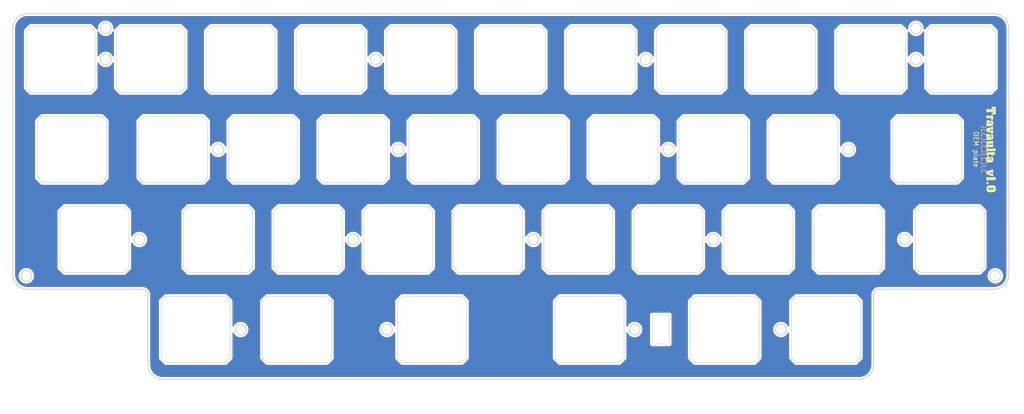
<source format=kicad_pcb>
(kicad_pcb (version 20240108) (generator "pcbnew") (generator_version "8.0")
  (layers (0 "F.Cu" signal) (31 "B.Cu" signal) (34 "B.Paste" user) (35 "F.Paste" user) (36 "B.SilkS" user "B.Silkscreen") (37 "F.SilkS" user "F.Silkscreen") (38 "B.Mask" user) (39 "F.Mask" user) (44 "Edge.Cuts" user))
  (net 0 "")
  (net 1 "GND")
  (footprint "cipulot_parts:ecs_plate_cut_1U" (layer "F.Cu") (at 215.9 114.3)
    (property "Reference" "REF**")
    (property "Value" "Value " (hide yes))
    (fp_line (start -7.3 -6) (end -7.3 6) (stroke (width 0.12)) (layer "Edge.Cuts"))
    (fp_line (start -7.3 6) (end -6.3 7) (stroke (width 0.12)) (layer "Edge.Cuts"))
    (fp_line (start -6.3 -7) (end -7.3 -6) (stroke (width 0.12)) (layer "Edge.Cuts"))
    (fp_line (start -6.3 7) (end 6.3 7) (stroke (width 0.12)) (layer "Edge.Cuts"))
    (fp_line (start 6.3 -7) (end -6.3 -7) (stroke (width 0.12)) (layer "Edge.Cuts"))
    (fp_line (start 6.3 -7) (end 7.3 -6) (stroke (width 0.12)) (layer "Edge.Cuts"))
    (fp_line (start 6.3 7) (end 7.3 6) (stroke (width 0.12)) (layer "Edge.Cuts"))
    (fp_line (start 7.3 6) (end 7.3 -6) (stroke (width 0.12)) (layer "Edge.Cuts"))
  )
  (footprint "cipulot_parts:ecs_plate_cut_1U" (layer "F.Cu") (at 220.6625 95.25)
    (property "Reference" "REF**")
    (property "Value" "Value " (hide yes))
    (fp_line (start -7.3 -6) (end -7.3 6) (stroke (width 0.12)) (layer "Edge.Cuts"))
    (fp_line (start -7.3 6) (end -6.3 7) (stroke (width 0.12)) (layer "Edge.Cuts"))
    (fp_line (start -6.3 -7) (end -7.3 -6) (stroke (width 0.12)) (layer "Edge.Cuts"))
    (fp_line (start -6.3 7) (end 6.3 7) (stroke (width 0.12)) (layer "Edge.Cuts"))
    (fp_line (start 6.3 -7) (end -6.3 -7) (stroke (width 0.12)) (layer "Edge.Cuts"))
    (fp_line (start 6.3 -7) (end 7.3 -6) (stroke (width 0.12)) (layer "Edge.Cuts"))
    (fp_line (start 6.3 7) (end 7.3 6) (stroke (width 0.12)) (layer "Edge.Cuts"))
    (fp_line (start 7.3 6) (end 7.3 -6) (stroke (width 0.12)) (layer "Edge.Cuts"))
  )
  (footprint "cipulot_parts:ecs_plate_cut_1U" (layer "F.Cu") (at 132.555 114.3)
    (property "Reference" "REF**")
    (property "Value" "Value " (hide yes))
    (fp_line (start -7.3 -6) (end -7.3 6) (stroke (width 0.12)) (layer "Edge.Cuts"))
    (fp_line (start -7.3 6) (end -6.3 7) (stroke (width 0.12)) (layer "Edge.Cuts"))
    (fp_line (start -6.3 -7) (end -7.3 -6) (stroke (width 0.12)) (layer "Edge.Cuts"))
    (fp_line (start -6.3 7) (end 6.3 7) (stroke (width 0.12)) (layer "Edge.Cuts"))
    (fp_line (start 6.3 -7) (end -6.3 -7) (stroke (width 0.12)) (layer "Edge.Cuts"))
    (fp_line (start 6.3 -7) (end 7.3 -6) (stroke (width 0.12)) (layer "Edge.Cuts"))
    (fp_line (start 6.3 7) (end 7.3 6) (stroke (width 0.12)) (layer "Edge.Cuts"))
    (fp_line (start 7.3 6) (end 7.3 -6) (stroke (width 0.12)) (layer "Edge.Cuts"))
  )
  (footprint "cipulot_parts:ecs_plate_cut_1U" (layer "F.Cu") (at 173.0375 76.2)
    (property "Reference" "REF**")
    (property "Value" "Value " (hide yes))
    (fp_line (start -7.3 -6) (end -7.3 6) (stroke (width 0.12)) (layer "Edge.Cuts"))
    (fp_line (start -7.3 6) (end -6.3 7) (stroke (width 0.12)) (layer "Edge.Cuts"))
    (fp_line (start -6.3 -7) (end -7.3 -6) (stroke (width 0.12)) (layer "Edge.Cuts"))
    (fp_line (start -6.3 7) (end 6.3 7) (stroke (width 0.12)) (layer "Edge.Cuts"))
    (fp_line (start 6.3 -7) (end -6.3 -7) (stroke (width 0.12)) (layer "Edge.Cuts"))
    (fp_line (start 6.3 -7) (end 7.3 -6) (stroke (width 0.12)) (layer "Edge.Cuts"))
    (fp_line (start 6.3 7) (end 7.3 6) (stroke (width 0.12)) (layer "Edge.Cuts"))
    (fp_line (start 7.3 6) (end 7.3 -6) (stroke (width 0.12)) (layer "Edge.Cuts"))
  )
  (footprint "cipulot_parts:ecs_plate_cut_1U" (layer "F.Cu") (at 103.98 114.3)
    (property "Reference" "REF**")
    (property "Value" "Value " (hide yes))
    (fp_line (start -7.3 -6) (end -7.3 6) (stroke (width 0.12)) (layer "Edge.Cuts"))
    (fp_line (start -7.3 6) (end -6.3 7) (stroke (width 0.12)) (layer "Edge.Cuts"))
    (fp_line (start -6.3 -7) (end -7.3 -6) (stroke (width 0.12)) (layer "Edge.Cuts"))
    (fp_line (start -6.3 7) (end 6.3 7) (stroke (width 0.12)) (layer "Edge.Cuts"))
    (fp_line (start 6.3 -7) (end -6.3 -7) (stroke (width 0.12)) (layer "Edge.Cuts"))
    (fp_line (start 6.3 -7) (end 7.3 -6) (stroke (width 0.12)) (layer "Edge.Cuts"))
    (fp_line (start 6.3 7) (end 7.3 6) (stroke (width 0.12)) (layer "Edge.Cuts"))
    (fp_line (start 7.3 6) (end 7.3 -6) (stroke (width 0.12)) (layer "Edge.Cuts"))
  )
  (footprint "cipulot_parts:ecs_plate_cut_1U" (layer "F.Cu") (at 115.8875 76.2)
    (property "Reference" "REF**")
    (property "Value" "Value " (hide yes))
    (fp_line (start -7.3 -6) (end -7.3 6) (stroke (width 0.12)) (layer "Edge.Cuts"))
    (fp_line (start -7.3 6) (end -6.3 7) (stroke (width 0.12)) (layer "Edge.Cuts"))
    (fp_line (start -6.3 -7) (end -7.3 -6) (stroke (width 0.12)) (layer "Edge.Cuts"))
    (fp_line (start -6.3 7) (end 6.3 7) (stroke (width 0.12)) (layer "Edge.Cuts"))
    (fp_line (start 6.3 -7) (end -6.3 -7) (stroke (width 0.12)) (layer "Edge.Cuts"))
    (fp_line (start 6.3 -7) (end 7.3 -6) (stroke (width 0.12)) (layer "Edge.Cuts"))
    (fp_line (start 6.3 7) (end 7.3 6) (stroke (width 0.12)) (layer "Edge.Cuts"))
    (fp_line (start 7.3 6) (end 7.3 -6) (stroke (width 0.12)) (layer "Edge.Cuts"))
  )
  (footprint "cipulot_parts:ecs_plate_cut_1U" (layer "F.Cu") (at 82.55 114.3)
    (property "Reference" "REF**")
    (property "Value" "Value " (hide yes))
    (fp_line (start -7.3 -6) (end -7.3 6) (stroke (width 0.12)) (layer "Edge.Cuts"))
    (fp_line (start -7.3 6) (end -6.3 7) (stroke (width 0.12)) (layer "Edge.Cuts"))
    (fp_line (start -6.3 -7) (end -7.3 -6) (stroke (width 0.12)) (layer "Edge.Cuts"))
    (fp_line (start -6.3 7) (end 6.3 7) (stroke (width 0.12)) (layer "Edge.Cuts"))
    (fp_line (start 6.3 -7) (end -6.3 -7) (stroke (width 0.12)) (layer "Edge.Cuts"))
    (fp_line (start 6.3 -7) (end 7.3 -6) (stroke (width 0.12)) (layer "Edge.Cuts"))
    (fp_line (start 6.3 7) (end 7.3 6) (stroke (width 0.12)) (layer "Edge.Cuts"))
    (fp_line (start 7.3 6) (end 7.3 -6) (stroke (width 0.12)) (layer "Edge.Cuts"))
  )
  (footprint "cipulot_parts:ecs_plate_cut_1U" (layer "F.Cu") (at 56.358 76.2)
    (property "Reference" "REF**")
    (property "Value" "Value " (hide yes))
    (fp_line (start -7.3 -6) (end -7.3 6) (stroke (width 0.12)) (layer "Edge.Cuts"))
    (fp_line (start -7.3 6) (end -6.3 7) (stroke (width 0.12)) (layer "Edge.Cuts"))
    (fp_line (start -6.3 -7) (end -7.3 -6) (stroke (width 0.12)) (layer "Edge.Cuts"))
    (fp_line (start -6.3 7) (end 6.3 7) (stroke (width 0.12)) (layer "Edge.Cuts"))
    (fp_line (start 6.3 -7) (end -6.3 -7) (stroke (width 0.12)) (layer "Edge.Cuts"))
    (fp_line (start 6.3 -7) (end 7.3 -6) (stroke (width 0.12)) (layer "Edge.Cuts"))
    (fp_line (start 6.3 7) (end 7.3 6) (stroke (width 0.12)) (layer "Edge.Cuts"))
    (fp_line (start 7.3 6) (end 7.3 -6) (stroke (width 0.12)) (layer "Edge.Cuts"))
  )
  (footprint "cipulot_parts:ecs_plate_cut_1U" (layer "F.Cu") (at 77.7875 76.2)
    (property "Reference" "REF**")
    (property "Value" "Value " (hide yes))
    (fp_line (start -7.3 -6) (end -7.3 6) (stroke (width 0.12)) (layer "Edge.Cuts"))
    (fp_line (start -7.3 6) (end -6.3 7) (stroke (width 0.12)) (layer "Edge.Cuts"))
    (fp_line (start -6.3 -7) (end -7.3 -6) (stroke (width 0.12)) (layer "Edge.Cuts"))
    (fp_line (start -6.3 7) (end 6.3 7) (stroke (width 0.12)) (layer "Edge.Cuts"))
    (fp_line (start 6.3 -7) (end -6.3 -7) (stroke (width 0.12)) (layer "Edge.Cuts"))
    (fp_line (start 6.3 -7) (end 7.3 -6) (stroke (width 0.12)) (layer "Edge.Cuts"))
    (fp_line (start 6.3 7) (end 7.3 6) (stroke (width 0.12)) (layer "Edge.Cuts"))
    (fp_line (start 7.3 6) (end 7.3 -6) (stroke (width 0.12)) (layer "Edge.Cuts"))
  )
  (footprint "cipulot_parts:ecs_plate_cut_1U" (layer "F.Cu") (at 237.33 76.2)
    (property "Reference" "REF**")
    (property "Value" "Value " (hide yes))
    (fp_line (start -7.3 -6) (end -7.3 6) (stroke (width 0.12)) (layer "Edge.Cuts"))
    (fp_line (start -7.3 6) (end -6.3 7) (stroke (width 0.12)) (layer "Edge.Cuts"))
    (fp_line (start -6.3 -7) (end -7.3 -6) (stroke (width 0.12)) (layer "Edge.Cuts"))
    (fp_line (start -6.3 7) (end 6.3 7) (stroke (width 0.12)) (layer "Edge.Cuts"))
    (fp_line (start 6.3 -7) (end -6.3 -7) (stroke (width 0.12)) (layer "Edge.Cuts"))
    (fp_line (start 6.3 -7) (end 7.3 -6) (stroke (width 0.12)) (layer "Edge.Cuts"))
    (fp_line (start 6.3 7) (end 7.3 6) (stroke (width 0.12)) (layer "Edge.Cuts"))
    (fp_line (start 7.3 6) (end 7.3 -6) (stroke (width 0.12)) (layer "Edge.Cuts"))
  )
  (footprint "cipulot_parts:ecs_plate_cut_1U" (layer "F.Cu") (at 130.175 57.15)
    (property "Reference" "REF**")
    (property "Value" "Value " (hide yes))
    (fp_line (start -7.3 -6) (end -7.3 6) (stroke (width 0.12)) (layer "Edge.Cuts"))
    (fp_line (start -7.3 6) (end -6.3 7) (stroke (width 0.12)) (layer "Edge.Cuts"))
    (fp_line (start -6.3 -7) (end -7.3 -6) (stroke (width 0.12)) (layer "Edge.Cuts"))
    (fp_line (start -6.3 7) (end 6.3 7) (stroke (width 0.12)) (layer "Edge.Cuts"))
    (fp_line (start 6.3 -7) (end -6.3 -7) (stroke (width 0.12)) (layer "Edge.Cuts"))
    (fp_line (start 6.3 -7) (end 7.3 -6) (stroke (width 0.12)) (layer "Edge.Cuts"))
    (fp_line (start 6.3 7) (end 7.3 6) (stroke (width 0.12)) (layer "Edge.Cuts"))
    (fp_line (start 7.3 6) (end 7.3 -6) (stroke (width 0.12)) (layer "Edge.Cuts"))
  )
  (footprint "cipulot_parts:ecs_plate_cut_1U" (layer "F.Cu") (at 165.892 114.3)
    (property "Reference" "REF**")
    (property "Value" "Value " (hide yes))
    (fp_line (start -7.3 -6) (end -7.3 6) (stroke (width 0.12)) (layer "Edge.Cuts"))
    (fp_line (start -7.3 6) (end -6.3 7) (stroke (width 0.12)) (layer "Edge.Cuts"))
    (fp_line (start -6.3 -7) (end -7.3 -6) (stroke (width 0.12)) (layer "Edge.Cuts"))
    (fp_line (start -6.3 7) (end 6.3 7) (stroke (width 0.12)) (layer "Edge.Cuts"))
    (fp_line (start 6.3 -7) (end -6.3 -7) (stroke (width 0.12)) (layer "Edge.Cuts"))
    (fp_line (start 6.3 -7) (end 7.3 -6) (stroke (width 0.12)) (layer "Edge.Cuts"))
    (fp_line (start 6.3 7) (end 7.3 6) (stroke (width 0.12)) (layer "Edge.Cuts"))
    (fp_line (start 7.3 6) (end 7.3 -6) (stroke (width 0.12)) (layer "Edge.Cuts"))
  )
  (footprint "cipulot_parts:ecs_plate_cut_1U" (layer "F.Cu") (at 201.6125 95.25)
    (property "Reference" "REF**")
    (property "Value" "Value " (hide yes))
    (fp_line (start -7.3 -6) (end -7.3 6) (stroke (width 0.12)) (layer "Edge.Cuts"))
    (fp_line (start -7.3 6) (end -6.3 7) (stroke (width 0.12)) (layer "Edge.Cuts"))
    (fp_line (start -6.3 -7) (end -7.3 -6) (stroke (width 0.12)) (layer "Edge.Cuts"))
    (fp_line (start -6.3 7) (end 6.3 7) (stroke (width 0.12)) (layer "Edge.Cuts"))
    (fp_line (start 6.3 -7) (end -6.3 -7) (stroke (width 0.12)) (layer "Edge.Cuts"))
    (fp_line (start 6.3 -7) (end 7.3 -6) (stroke (width 0.12)) (layer "Edge.Cuts"))
    (fp_line (start 6.3 7) (end 7.3 6) (stroke (width 0.12)) (layer "Edge.Cuts"))
    (fp_line (start 7.3 6) (end 7.3 -6) (stroke (width 0.12)) (layer "Edge.Cuts"))
  )
  (footprint "cipulot_parts:ecs_plate_cut_1U" (layer "F.Cu") (at 225.425 57.15)
    (property "Reference" "REF**")
    (property "Value" "Value " (hide yes))
    (fp_line (start -7.3 -6) (end -7.3 6) (stroke (width 0.12)) (layer "Edge.Cuts"))
    (fp_line (start -7.3 6) (end -6.3 7) (stroke (width 0.12)) (layer "Edge.Cuts"))
    (fp_line (start -6.3 -7) (end -7.3 -6) (stroke (width 0.12)) (layer "Edge.Cuts"))
    (fp_line (start -6.3 7) (end 6.3 7) (stroke (width 0.12)) (layer "Edge.Cuts"))
    (fp_line (start 6.3 -7) (end -6.3 -7) (stroke (width 0.12)) (layer "Edge.Cuts"))
    (fp_line (start 6.3 -7) (end 7.3 -6) (stroke (width 0.12)) (layer "Edge.Cuts"))
    (fp_line (start 6.3 7) (end 7.3 6) (stroke (width 0.12)) (layer "Edge.Cuts"))
    (fp_line (start 7.3 6) (end 7.3 -6) (stroke (width 0.12)) (layer "Edge.Cuts"))
  )
  (footprint "cipulot_parts:ecs_plate_cut_1U" (layer "F.Cu") (at 87.3125 95.25)
    (property "Reference" "REF**")
    (property "Value" "Value " (hide yes))
    (fp_line (start -7.3 -6) (end -7.3 6) (stroke (width 0.12)) (layer "Edge.Cuts"))
    (fp_line (start -7.3 6) (end -6.3 7) (stroke (width 0.12)) (layer "Edge.Cuts"))
    (fp_line (start -6.3 -7) (end -7.3 -6) (stroke (width 0.12)) (layer "Edge.Cuts"))
    (fp_line (start -6.3 7) (end 6.3 7) (stroke (width 0.12)) (layer "Edge.Cuts"))
    (fp_line (start 6.3 -7) (end -6.3 -7) (stroke (width 0.12)) (layer "Edge.Cuts"))
    (fp_line (start 6.3 -7) (end 7.3 -6) (stroke (width 0.12)) (layer "Edge.Cuts"))
    (fp_line (start 6.3 7) (end 7.3 6) (stroke (width 0.12)) (layer "Edge.Cuts"))
    (fp_line (start 7.3 6) (end 7.3 -6) (stroke (width 0.12)) (layer "Edge.Cuts"))
  )
  (footprint "cipulot_parts:ecs_plate_cut_1U" (layer "F.Cu") (at 168.275 57.15)
    (property "Reference" "REF**")
    (property "Value" "Value " (hide yes))
    (fp_line (start -7.3 -6) (end -7.3 6) (stroke (width 0.12)) (layer "Edge.Cuts"))
    (fp_line (start -7.3 6) (end -6.3 7) (stroke (width 0.12)) (layer "Edge.Cuts"))
    (fp_line (start -6.3 -7) (end -7.3 -6) (stroke (width 0.12)) (layer "Edge.Cuts"))
    (fp_line (start -6.3 7) (end 6.3 7) (stroke (width 0.12)) (layer "Edge.Cuts"))
    (fp_line (start 6.3 -7) (end -6.3 -7) (stroke (width 0.12)) (layer "Edge.Cuts"))
    (fp_line (start 6.3 -7) (end 7.3 -6) (stroke (width 0.12)) (layer "Edge.Cuts"))
    (fp_line (start 6.3 7) (end 7.3 6) (stroke (width 0.12)) (layer "Edge.Cuts"))
    (fp_line (start 7.3 6) (end 7.3 -6) (stroke (width 0.12)) (layer "Edge.Cuts"))
  )
  (footprint "cipulot_parts:ecs_plate_cut_1U" (layer "F.Cu") (at 144.4625 95.25)
    (property "Reference" "REF**")
    (property "Value" "Value " (hide yes))
    (fp_line (start -7.3 -6) (end -7.3 6) (stroke (width 0.12)) (layer "Edge.Cuts"))
    (fp_line (start -7.3 6) (end -6.3 7) (stroke (width 0.12)) (layer "Edge.Cuts"))
    (fp_line (start -6.3 -7) (end -7.3 -6) (stroke (width 0.12)) (layer "Edge.Cuts"))
    (fp_line (start -6.3 7) (end 6.3 7) (stroke (width 0.12)) (layer "Edge.Cuts"))
    (fp_line (start 6.3 -7) (end -6.3 -7) (stroke (width 0.12)) (layer "Edge.Cuts"))
    (fp_line (start 6.3 -7) (end 7.3 -6) (stroke (width 0.12)) (layer "Edge.Cuts"))
    (fp_line (start 6.3 7) (end 7.3 6) (stroke (width 0.12)) (layer "Edge.Cuts"))
    (fp_line (start 7.3 6) (end 7.3 -6) (stroke (width 0.12)) (layer "Edge.Cuts"))
  )
  (footprint "cipulot_parts:ecs_plate_cut_1U" (layer "F.Cu") (at 125.4125 95.25)
    (property "Reference" "REF**")
    (property "Value" "Value " (hide yes))
    (fp_line (start -7.3 -6) (end -7.3 6) (stroke (width 0.12)) (layer "Edge.Cuts"))
    (fp_line (start -7.3 6) (end -6.3 7) (stroke (width 0.12)) (layer "Edge.Cuts"))
    (fp_line (start -6.3 -7) (end -7.3 -6) (stroke (width 0.12)) (layer "Edge.Cuts"))
    (fp_line (start -6.3 7) (end 6.3 7) (stroke (width 0.12)) (layer "Edge.Cuts"))
    (fp_line (start 6.3 -7) (end -6.3 -7) (stroke (width 0.12)) (layer "Edge.Cuts"))
    (fp_line (start 6.3 -7) (end 7.3 -6) (stroke (width 0.12)) (layer "Edge.Cuts"))
    (fp_line (start 6.3 7) (end 7.3 6) (stroke (width 0.12)) (layer "Edge.Cuts"))
    (fp_line (start 7.3 6) (end 7.3 -6) (stroke (width 0.12)) (layer "Edge.Cuts"))
  )
  (footprint "cipulot_parts:ecs_plate_cut_1U" (layer "F.Cu") (at 53.975 57.15)
    (property "Reference" "REF**")
    (property "Value" "Value " (hide yes))
    (fp_line (start -7.3 -6) (end -7.3 6) (stroke (width 0.12)) (layer "Edge.Cuts"))
    (fp_line (start -7.3 6) (end -6.3 7) (stroke (width 0.12)) (layer "Edge.Cuts"))
    (fp_line (start -6.3 -7) (end -7.3 -6) (stroke (width 0.12)) (layer "Edge.Cuts"))
    (fp_line (start -6.3 7) (end 6.3 7) (stroke (width 0.12)) (layer "Edge.Cuts"))
    (fp_line (start 6.3 -7) (end -6.3 -7) (stroke (width 0.12)) (layer "Edge.Cuts"))
    (fp_line (start 6.3 -7) (end 7.3 -6) (stroke (width 0.12)) (layer "Edge.Cuts"))
    (fp_line (start 6.3 7) (end 7.3 6) (stroke (width 0.12)) (layer "Edge.Cuts"))
    (fp_line (start 7.3 6) (end 7.3 -6) (stroke (width 0.12)) (layer "Edge.Cuts"))
  )
  (footprint "cipulot_parts:ecs_plate_cut_1U" (layer "F.Cu") (at 211.1375 76.2)
    (property "Reference" "REF**")
    (property "Value" "Value " (hide yes))
    (fp_line (start -7.3 -6) (end -7.3 6) (stroke (width 0.12)) (layer "Edge.Cuts"))
    (fp_line (start -7.3 6) (end -6.3 7) (stroke (width 0.12)) (layer "Edge.Cuts"))
    (fp_line (start -6.3 -7) (end -7.3 -6) (stroke (width 0.12)) (layer "Edge.Cuts"))
    (fp_line (start -6.3 7) (end 6.3 7) (stroke (width 0.12)) (layer "Edge.Cuts"))
    (fp_line (start 6.3 -7) (end -6.3 -7) (stroke (width 0.12)) (layer "Edge.Cuts"))
    (fp_line (start 6.3 -7) (end 7.3 -6) (stroke (width 0.12)) (layer "Edge.Cuts"))
    (fp_line (start 6.3 7) (end 7.3 6) (stroke (width 0.12)) (layer "Edge.Cuts"))
    (fp_line (start 7.3 6) (end 7.3 -6) (stroke (width 0.12)) (layer "Edge.Cuts"))
  )
  (footprint "cipulot_parts:ecs_plate_cut_1U" (layer "F.Cu") (at 96.8375 76.2)
    (property "Reference" "REF**")
    (property "Value" "Value " (hide yes))
    (fp_line (start -7.3 -6) (end -7.3 6) (stroke (width 0.12)) (layer "Edge.Cuts"))
    (fp_line (start -7.3 6) (end -6.3 7) (stroke (width 0.12)) (layer "Edge.Cuts"))
    (fp_line (start -6.3 -7) (end -7.3 -6) (stroke (width 0.12)) (layer "Edge.Cuts"))
    (fp_line (start -6.3 7) (end 6.3 7) (stroke (width 0.12)) (layer "Edge.Cuts"))
    (fp_line (start 6.3 -7) (end -6.3 -7) (stroke (width 0.12)) (layer "Edge.Cuts"))
    (fp_line (start 6.3 -7) (end 7.3 -6) (stroke (width 0.12)) (layer "Edge.Cuts"))
    (fp_line (start 6.3 7) (end 7.3 6) (stroke (width 0.12)) (layer "Edge.Cuts"))
    (fp_line (start 7.3 6) (end 7.3 -6) (stroke (width 0.12)) (layer "Edge.Cuts"))
  )
  (footprint "cipulot_parts:ecs_plate_cut_1U" (layer "F.Cu") (at 163.5125 95.25)
    (property "Reference" "REF**")
    (property "Value" "Value " (hide yes))
    (fp_line (start -7.3 -6) (end -7.3 6) (stroke (width 0.12)) (layer "Edge.Cuts"))
    (fp_line (start -7.3 6) (end -6.3 7) (stroke (width 0.12)) (layer "Edge.Cuts"))
    (fp_line (start -6.3 -7) (end -7.3 -6) (stroke (width 0.12)) (layer "Edge.Cuts"))
    (fp_line (start -6.3 7) (end 6.3 7) (stroke (width 0.12)) (layer "Edge.Cuts"))
    (fp_line (start 6.3 -7) (end -6.3 -7) (stroke (width 0.12)) (layer "Edge.Cuts"))
    (fp_line (start 6.3 -7) (end 7.3 -6) (stroke (width 0.12)) (layer "Edge.Cuts"))
    (fp_line (start 6.3 7) (end 7.3 6) (stroke (width 0.12)) (layer "Edge.Cuts"))
    (fp_line (start 7.3 6) (end 7.3 -6) (stroke (width 0.12)) (layer "Edge.Cuts"))
  )
  (footprint "cipulot_parts:ecs_plate_cut_1U" (layer "F.Cu") (at 192.0875 76.2)
    (property "Reference" "REF**")
    (property "Value" "Value " (hide yes))
    (fp_line (start -7.3 -6) (end -7.3 6) (stroke (width 0.12)) (layer "Edge.Cuts"))
    (fp_line (start -7.3 6) (end -6.3 7) (stroke (width 0.12)) (layer "Edge.Cuts"))
    (fp_line (start -6.3 -7) (end -7.3 -6) (stroke (width 0.12)) (layer "Edge.Cuts"))
    (fp_line (start -6.3 7) (end 6.3 7) (stroke (width 0.12)) (layer "Edge.Cuts"))
    (fp_line (start 6.3 -7) (end -6.3 -7) (stroke (width 0.12)) (layer "Edge.Cuts"))
    (fp_line (start 6.3 -7) (end 7.3 -6) (stroke (width 0.12)) (layer "Edge.Cuts"))
    (fp_line (start 6.3 7) (end 7.3 6) (stroke (width 0.12)) (layer "Edge.Cuts"))
    (fp_line (start 7.3 6) (end 7.3 -6) (stroke (width 0.12)) (layer "Edge.Cuts"))
  )
  (footprint "cipulot_parts:ecs_plate_cut_1U" (layer "F.Cu") (at 111.125 57.15)
    (property "Reference" "REF**")
    (property "Value" "Value " (hide yes))
    (fp_line (start -7.3 -6) (end -7.3 6) (stroke (width 0.12)) (layer "Edge.Cuts"))
    (fp_line (start -7.3 6) (end -6.3 7) (stroke (width 0.12)) (layer "Edge.Cuts"))
    (fp_line (start -6.3 -7) (end -7.3 -6) (stroke (width 0.12)) (layer "Edge.Cuts"))
    (fp_line (start -6.3 7) (end 6.3 7) (stroke (width 0.12)) (layer "Edge.Cuts"))
    (fp_line (start 6.3 -7) (end -6.3 -7) (stroke (width 0.12)) (layer "Edge.Cuts"))
    (fp_line (start 6.3 -7) (end 7.3 -6) (stroke (width 0.12)) (layer "Edge.Cuts"))
    (fp_line (start 6.3 7) (end 7.3 6) (stroke (width 0.12)) (layer "Edge.Cuts"))
    (fp_line (start 7.3 6) (end 7.3 -6) (stroke (width 0.12)) (layer "Edge.Cuts"))
  )
  (footprint "cipulot_parts:ecs_plate_cut_1U" (layer "F.Cu") (at 182.5625 95.25)
    (property "Reference" "REF**")
    (property "Value" "Value " (hide yes))
    (fp_line (start -7.3 -6) (end -7.3 6) (stroke (width 0.12)) (layer "Edge.Cuts"))
    (fp_line (start -7.3 6) (end -6.3 7) (stroke (width 0.12)) (layer "Edge.Cuts"))
    (fp_line (start -6.3 -7) (end -7.3 -6) (stroke (width 0.12)) (layer "Edge.Cuts"))
    (fp_line (start -6.3 7) (end 6.3 7) (stroke (width 0.12)) (layer "Edge.Cuts"))
    (fp_line (start 6.3 -7) (end -6.3 -7) (stroke (width 0.12)) (layer "Edge.Cuts"))
    (fp_line (start 6.3 -7) (end 7.3 -6) (stroke (width 0.12)) (layer "Edge.Cuts"))
    (fp_line (start 6.3 7) (end 7.3 6) (stroke (width 0.12)) (layer "Edge.Cuts"))
    (fp_line (start 7.3 6) (end 7.3 -6) (stroke (width 0.12)) (layer "Edge.Cuts"))
  )
  (footprint "cipulot_parts:ecs_plate_cut_1U" (layer "F.Cu") (at 187.325 57.15)
    (property "Reference" "REF**")
    (property "Value" "Value " (hide yes))
    (fp_line (start -7.3 -6) (end -7.3 6) (stroke (width 0.12)) (layer "Edge.Cuts"))
    (fp_line (start -7.3 6) (end -6.3 7) (stroke (width 0.12)) (layer "Edge.Cuts"))
    (fp_line (start -6.3 -7) (end -7.3 -6) (stroke (width 0.12)) (layer "Edge.Cuts"))
    (fp_line (start -6.3 7) (end 6.3 7) (stroke (width 0.12)) (layer "Edge.Cuts"))
    (fp_line (start 6.3 -7) (end -6.3 -7) (stroke (width 0.12)) (layer "Edge.Cuts"))
    (fp_line (start 6.3 -7) (end 7.3 -6) (stroke (width 0.12)) (layer "Edge.Cuts"))
    (fp_line (start 6.3 7) (end 7.3 6) (stroke (width 0.12)) (layer "Edge.Cuts"))
    (fp_line (start 7.3 6) (end 7.3 -6) (stroke (width 0.12)) (layer "Edge.Cuts"))
  )
  (footprint "LOGO" (layer "F.Cu") (at 250.825 76.2 -90)
    (property "Reference" "G***" (hide yes))
    (property "Value" "LOGO" (hide yes))
    (fp_poly (pts (xy 7.18818 0.488735) (xy 7.290086 0.556518) (xy 7.361374 0.666908) (xy 7.373037 0.783493) (xy 7.327267 0.889887) (xy 7.235397 0.965165) (xy 7.154577 1.002165) (xy 7.09726 1.00849) (xy 7.034887 0.990653) (xy 6.932052 0.922456) (xy 6.873471 0.821715) (xy 6.862578 0.707617) (xy 6.902806 0.599352) (xy 6.954894 0.5436) (xy 7.073797 0.482596)) (fill solid) (layer "F.SilkS"))
    (fp_poly (pts (xy 0.344385 -0.204556) (xy 0.349374 0.070612) (xy 0.356045 0.283452) (xy 0.36474 0.439266) (xy 0.375803 0.543356) (xy 0.389577 0.601025) (xy 0.397403 0.613926) (xy 0.422556 0.671113) (xy 0.437694 0.767422) (xy 0.43968 0.818482) (xy 0.43968 0.980825) (xy 0.101465 0.980825) (xy -0.236751 0.980825) (xy -0.236751 0.813713) (xy -0.230433 0.712848) (xy -0.214343 0.642604) (xy -0.20293 0.625699) (xy -0.190524 0.584742) (xy -0.180589 0.483371) (xy -0.173514 0.328781) (xy -0.169687 0.128169) (xy -0.169108 0) (xy -0.17097 -0.222988) (xy -0.176295 -0.403936) (xy -0.184696 -0.535648) (xy -0.195782 -0.610928) (xy -0.20293 -0.625699) (xy -0.222553 -0.669043) (xy -0.234757 -0.756087) (xy -0.236751 -0.813714) (xy -0.236751 -0.980826) (xy 0.048446 -0.980826) (xy 0.333643 -0.980826)) (fill solid) (layer "F.SilkS"))
    (fp_poly (pts (xy 6.493742 -0.204926) (xy 6.495204 0.057778) (xy 6.499446 0.273899) (xy 6.506247 0.438272) (xy 6.51539 0.545737) (xy 6.526654 0.591128) (xy 6.527563 0.591877) (xy 6.546377 0.634814) (xy 6.558656 0.722902) (xy 6.561385 0.796803) (xy 6.561385 0.980825) (xy 6.189347 0.980825) (xy 5.81731 0.980825) (xy 5.81731 0.796803) (xy 5.823065 0.690882) (xy 5.837859 0.614926) (xy 5.851132 0.591877) (xy 5.86365 0.550889) (xy 5.873655 0.449759) (xy 5.880733 0.295955) (xy 5.884469 0.096945) (xy 5.884953 -0.016911) (xy 5.88304 -0.235681) (xy 5.877578 -0.41297) (xy 5.868981 -0.541312) (xy 5.857665 -0.613236) (xy 5.851132 -0.625699) (xy 5.831508 -0.669043) (xy 5.819304 -0.756087) (xy 5.81731 -0.813714) (xy 5.81731 -0.980826) (xy 6.155526 -0.980826) (xy 6.493742 -0.980826)) (fill solid) (layer "F.SilkS"))
    (fp_poly (pts (xy -6.362436 -0.503151) (xy -6.339437 -0.481165) (xy -6.328352 -0.427167) (xy -6.324871 -0.32696) (xy -6.324634 -0.253662) (xy -6.324634 0) (xy -6.417643 0.001075) (xy -6.530845 0.022427) (xy -6.604735 0.088414) (xy -6.64569 0.206616) (xy -6.655505 0.283926) (xy -6.653599 0.45236) (xy -6.616062 0.577222) (xy -6.580475 0.684183) (xy -6.56208 0.80907) (xy -6.561385 0.833824) (xy -6.561385 0.980825) (xy -6.885694 0.980825) (xy -7.210003 0.980825) (xy -7.187784 0.76944) (xy -7.177233 0.632305) (xy -7.169395 0.460416) (xy -7.165687 0.28665) (xy -7.165566 0.253661) (xy -7.168248 0.083587) (xy -7.175352 -0.091375) (xy -7.185461 -0.238347) (xy -7.187784 -0.262118) (xy -7.210003 -0.473502) (xy -6.939245 -0.473502) (xy -6.77933 -0.468323) (xy -6.683995 -0.452908) (xy -6.655094 -0.433325) (xy -6.626534 -0.41578) (xy -6.563113 -0.448205) (xy -6.560196 -0.450235) (xy -6.473193 -0.492936) (xy -6.401662 -0.507324)) (fill solid) (layer "F.SilkS"))
    (fp_poly (pts (xy -4.170704 -0.229438) (xy -4.17522 -0.069316) (xy -4.164602 0.089222) (xy -4.14146 0.226941) (xy -4.108404 0.324608) (xy -4.092209 0.349038) (xy -4.072025 0.333416) (xy -4.042283 0.266213) (xy -4.00917 0.161634) (xy -4.006862 0.153191) (xy -3.975435 0.022265) (xy -3.967172 -0.059076) (xy -3.980973 -0.104387) (xy -3.985554 -0.109602) (xy -4.008844 -0.164842) (xy -4.022894 -0.25981) (xy -4.024767 -0.311159) (xy -4.024767 -0.473502) (xy -3.720373 -0.473502) (xy -3.415979 -0.473502) (xy -3.415979 -0.320115) (xy -3.426334 -0.208114) (xy -3.452236 -0.113411) (xy -3.463199 -0.09182) (xy -3.489008 -0.03386) (xy -3.528561 0.075747) (xy -3.577323 0.22352) (xy -3.630757 0.395981) (xy -3.656261 0.481957) (xy -3.802104 0.980825) (xy -4.114369 0.980825) (xy -4.252317 0.978256) (xy -4.362326 0.971366) (xy -4.428603 0.961384) (xy -4.440499 0.955459) (xy -4.454099 0.915692) (xy -4.482534 0.822604) (xy -4.522303 0.687984) (xy -4.569903 0.52362) (xy -4.598733 0.422769) (xy -4.650283 0.246079) (xy -4.697652 0.09192) (xy -4.736959 -0.027686) (xy -4.764323 -0.100718) (xy -4.772883 -0.116685) (xy -4.7905 -0.167358) (xy -4.801185 -0.259162) (xy -4.802663 -0.311159) (xy -4.802663 -0.473502) (xy -4.476453 -0.473502) (xy -4.150243 -0.473502)) (fill solid) (layer "F.SilkS"))
    (fp_poly (pts (xy 4.893477 -0.229438) (xy 4.888961 -0.069316) (xy 4.899579 0.089222) (xy 4.922721 0.226941) (xy 4.955777 0.324608) (xy 4.971973 0.349038) (xy 4.992156 0.333416) (xy 5.021899 0.266213) (xy 5.055011 0.161634) (xy 5.05732 0.153191) (xy 5.088746 0.022265) (xy 5.097009 -0.059076) (xy 5.083208 -0.104387) (xy 5.078627 -0.109602) (xy 5.055337 -0.164842) (xy 5.041287 -0.25981) (xy 5.039414 -0.311159) (xy 5.039414 -0.473502) (xy 5.343808 -0.473502) (xy 5.648202 -0.473502) (xy 5.648202 -0.320115) (xy 5.637847 -0.208114) (xy 5.611945 -0.113411) (xy 5.600982 -0.09182) (xy 5.575173 -0.03386) (xy 5.53562 0.075747) (xy 5.486858 0.22352) (xy 5.433424 0.395981) (xy 5.40792 0.481957) (xy 5.262078 0.980825) (xy 4.949812 0.980825) (xy 4.811864 0.978256) (xy 4.701855 0.971366) (xy 4.635578 0.961384) (xy 4.623683 0.955459) (xy 4.610082 0.915692) (xy 4.581647 0.822604) (xy 4.541878 0.687984) (xy 4.494278 0.52362) (xy 4.465448 0.422769) (xy 4.413898 0.246079) (xy 4.366529 0.09192) (xy 4.327222 -0.027686) (xy 4.299858 -0.100718) (xy 4.291298 -0.116685) (xy 4.273681 -0.167358) (xy 4.262996 -0.259162) (xy 4.261518 -0.311159) (xy 4.261518 -0.473502) (xy 4.587728 -0.473502) (xy 4.913938 -0.473502)) (fill solid) (layer "F.SilkS"))
    (fp_poly (pts (xy -7.373103 -0.574967) (xy -7.373103 -0.135287) (xy -7.591329 -0.135287) (xy -7.809555 -0.135287) (xy -7.819625 -0.343987) (xy -7.832451 -0.471436) (xy -7.85487 -0.548763) (xy -7.871971 -0.566646) (xy -7.886475 -0.54025) (xy -7.898249 -0.459287) (xy -7.907199 -0.336785) (xy -7.913229 -0.185769) (xy -7.916244 -0.019265) (xy -7.91615 0.149701) (xy -7.912851 0.308104) (xy -7.906252 0.442916) (xy -7.896259 0.541113) (xy -7.882775 0.589669) (xy -7.880426 0.591877) (xy -7.861613 0.634814) (xy -7.849333 0.722902) (xy -7.846605 0.796803) (xy -7.846605 0.980825) (xy -8.218642 0.980825) (xy -8.590679 0.980825) (xy -8.590679 0.796803) (xy -8.584925 0.690882) (xy -8.57013 0.614926) (xy -8.556858 0.591877) (xy -8.544238 0.550862) (xy -8.534169 0.44996) (xy -8.52709 0.296893) (xy -8.523442 0.099384) (xy -8.523036 -0.001996) (xy -8.523812 -0.21463) (xy -8.526665 -0.368537) (xy -8.532383 -0.472619) (xy -8.541756 -0.535781) (xy -8.55557 -0.566926) (xy -8.573768 -0.574967) (xy -8.602225 -0.56029) (xy -8.618041 -0.507848) (xy -8.624129 -0.40502) (xy -8.624501 -0.355127) (xy -8.624501 -0.135287) (xy -8.844341 -0.135287) (xy -9.064181 -0.135287) (xy -9.064181 -0.574967) (xy -9.064181 -1.014648) (xy -8.218642 -1.014648) (xy -7.373103 -1.014648)) (fill solid) (layer "F.SilkS"))
    (fp_poly (pts (xy 1.104128 -0.848823) (xy 1.113319 -0.768762) (xy 1.116112 -0.676432) (xy 1.116112 -0.473502) (xy 1.217576 -0.473502) (xy 1.277641 -0.469808) (xy 1.307593 -0.447091) (xy 1.317902 -0.387904) (xy 1.319041 -0.304395) (xy 1.316824 -0.204287) (xy 1.303195 -0.154367) (xy 1.267682 -0.137186) (xy 1.217576 -0.135287) (xy 1.116112 -0.135287) (xy 1.116112 0.178493) (xy 1.124649 0.383409) (xy 1.151091 0.526523) (xy 1.196687 0.611591) (xy 1.262684 0.642372) (xy 1.270227 0.642609) (xy 1.303255 0.66542) (xy 1.317722 0.740399) (xy 1.319041 0.790862) (xy 1.31347 0.887031) (xy 1.290583 0.936565) (xy 1.242943 0.959508) (xy 1.139772 0.974519) (xy 1.010257 0.977325) (xy 0.885307 0.968662) (xy 0.795831 0.949266) (xy 0.794807 0.948852) (xy 0.721669 0.902995) (xy 0.659521 0.846026) (xy 0.631429 0.807335) (xy 0.611546 0.755863) (xy 0.597996 0.679135) (xy 0.588903 0.564676) (xy 0.582392 0.40001) (xy 0.580104 0.317799) (xy 0.573646 0.151588) (xy 0.56418 0.012777) (xy 0.55286 -0.086262) (xy 0.540839 -0.133159) (xy 0.537827 -0.135287) (xy 0.520425 -0.16571) (xy 0.509381 -0.243497) (xy 0.507323 -0.304395) (xy 0.513407 -0.400861) (xy 0.528962 -0.46209) (xy 0.541145 -0.473502) (xy 0.561667 -0.503654) (xy 0.573675 -0.57961) (xy 0.574967 -0.619515) (xy 0.574967 -0.765528) (xy 0.820173 -0.822878) (xy 0.942125 -0.850599) (xy 1.037653 -0.870826) (xy 1.088333 -0.879682) (xy 1.090746 -0.879795)) (fill solid) (layer "F.SilkS"))
    (fp_poly (pts (xy -1.397027 -0.470987) (xy -1.306141 -0.461927) (xy -1.256921 -0.444052) (xy -1.238106 -0.420004) (xy -1.230088 -0.366638) (xy -1.223455 -0.260959) (xy -1.2189 -0.118293) (xy -1.217115 0.045043) (xy -1.215481 0.253876) (xy -1.209785 0.404373) (xy -1.19802 0.505811) (xy -1.178182 0.567466) (xy -1.148266 0.598615) (xy -1.106266 0.608534) (xy -1.095257 0.608788) (xy -1.059306 0.606421) (xy -1.036038 0.591262) (xy -1.022693 0.551229) (xy -1.016515 0.474236) (xy -1.014743 0.348199) (xy -1.014647 0.255657) (xy -1.017729 0.103206) (xy -1.026125 -0.019249) (xy -1.038559 -0.097603) (xy -1.048469 -0.118376) (xy -1.068093 -0.161719) (xy -1.080297 -0.248763) (xy -1.08229 -0.306391) (xy -1.08229 -0.473502) (xy -0.779511 -0.473502) (xy -0.476732 -0.473502) (xy -0.460604 0.059187) (xy -0.453439 0.260322) (xy -0.444605 0.454294) (xy -0.435042 0.623428) (xy -0.425686 0.750049) (xy -0.422038 0.786351) (xy -0.399599 0.980825) (xy -0.707123 0.980825) (xy -0.849202 0.977427) (xy -0.954184 0.968142) (xy -1.009365 0.954333) (xy -1.014647 0.947841) (xy -1.041551 0.931932) (xy -1.101403 0.947841) (xy -1.210832 0.970965) (xy -1.35129 0.977529) (xy -1.489275 0.967705) (xy -1.582661 0.945394) (xy -1.653036 0.895983) (xy -1.703847 0.807754) (xy -1.737055 0.67342) (xy -1.754618 0.485695) (xy -1.758722 0.290565) (xy -1.76155 0.127129) (xy -1.769338 -0.003996) (xy -1.781045 -0.090207) (xy -1.792543 -0.118376) (xy -1.812167 -0.161719) (xy -1.824371 -0.248763) (xy -1.826365 -0.306391) (xy -1.826365 -0.473502) (xy -1.5425 -0.473502)) (fill solid) (layer "F.SilkS"))
    (fp_poly (pts (xy 8.627043 -1.001388) (xy 8.799913 -0.929334) (xy 8.923018 -0.830155) (xy 8.974625 -0.762482) (xy 9.012805 -0.686535) (xy 9.03909 -0.5919) (xy 9.055014 -0.468165) (xy 9.062112 -0.304917) (xy 9.061917 -0.091742) (xy 9.058363 0.088667) (xy 9.04998 0.322916) (xy 9.035324 0.500218) (xy 9.010773 0.631221) (xy 8.972706 0.72657) (xy 8.917502 0.796909) (xy 8.841539 0.852884) (xy 8.788491 0.881971) (xy 8.63963 0.933352) (xy 8.452401 0.962916) (xy 8.253047 0.968874) (xy 8.067811 0.949438) (xy 8.007236 0.935208) (xy 7.869703 0.88655) (xy 7.765682 0.822352) (xy 7.690349 0.733119) (xy 7.638876 0.609357) (xy 7.606437 0.441573) (xy 7.588204 0.220273) (xy 7.585704 0.158779) (xy 8.188435 0.158779) (xy 8.189041 0.322881) (xy 8.195627 0.437206) (xy 8.209978 0.510665) (xy 8.233882 0.55217) (xy 8.269125 0.570631) (xy 8.317492 0.574961) (xy 8.320106 0.574966) (xy 8.399654 0.56033) (xy 8.436687 0.507738) (xy 8.439091 0.498868) (xy 8.445217 0.438498) (xy 8.44911 0.325058) (xy 8.450533 0.173091) (xy 8.449253 -0.002858) (xy 8.448191 -0.064013) (xy 8.443333 -0.258703) (xy 8.436857 -0.39654) (xy 8.427344 -0.48831) (xy 8.413377 -0.544802) (xy 8.393536 -0.576805) (xy 8.379294 -0.588074) (xy 8.306481 -0.607262) (xy 8.260919 -0.588074) (xy 8.23716 -0.565091) (xy 8.22007 -0.523674) (xy 8.208232 -0.453036) (xy 8.200225 -0.342388) (xy 8.194634 -0.180941) (xy 8.192022 -0.064013) (xy 8.188435 0.158779) (xy 7.585704 0.158779) (xy 7.583374 0.101464) (xy 7.581231 -0.206841) (xy 7.596171 -0.45882) (xy 7.627838 -0.651738) (xy 7.675881 -0.782864) (xy 7.702765 -0.821002) (xy 7.841424 -0.92876) (xy 8.019437 -1.000799) (xy 8.220548 -1.036999) (xy 8.428502 -1.037235)) (fill solid) (layer "F.SilkS"))
    (fp_poly (pts (xy -5.441853 -0.496313) (xy -5.299458 -0.466149) (xy -5.163275 -0.414797) (xy -5.053067 -0.351612) (xy -4.988597 -0.285947) (xy -4.985821 -0.280469) (xy -4.972749 -0.224055) (xy -4.958171 -0.115856) (xy -4.943902 0.028354) (xy -4.932178 0.186018) (xy -4.919958 0.367793) (xy -4.906608 0.546152) (xy -4.893911 0.698259) (xy -4.885348 0.786351) (xy -4.864046 0.980825) (xy -5.15466 0.980825) (xy -5.299279 0.978697) (xy -5.388092 0.970944) (xy -5.432842 0.955518) (xy -5.445272 0.930368) (xy -5.445273 0.930093) (xy -5.446678 0.894909) (xy -5.461286 0.88442) (xy -5.504688 0.900358) (xy -5.592475 0.944456) (xy -5.59747 0.947004) (xy -5.749961 1.003361) (xy -5.8911 1.003521) (xy -6.009232 0.965297) (xy -6.133263 0.878661) (xy -6.212436 0.756596) (xy -6.245345 0.615356) (xy -6.239209 0.555433) (xy -5.704621 0.555433) (xy -5.654955 0.603143) (xy -5.565268 0.599151) (xy -5.532593 0.588259) (xy -5.491193 0.539542) (xy -5.479095 0.467604) (xy -5.485617 0.398928) (xy -5.515605 0.381562) (xy -5.555193 0.390298) (xy -5.653107 0.437866) (xy -5.704567 0.501678) (xy -5.704621 0.555433) (xy -6.239209 0.555433) (xy -6.230583 0.471195) (xy -6.166747 0.340368) (xy -6.071031 0.25059) (xy -5.997918 0.213561) (xy -5.883605 0.167282) (xy -5.751861 0.12132) (xy -5.741974 0.118163) (xy -5.61694 0.076654) (xy -5.543398 0.044209) (xy -5.507815 0.011247) (xy -5.496661 -0.031814) (xy -5.496005 -0.05601) (xy -5.506334 -0.126062) (xy -5.549323 -0.150562) (xy -5.580559 -0.152197) (xy -5.645606 -0.137326) (xy -5.672878 -0.079828) (xy -5.675815 -0.059188) (xy -5.683979 -0.011721) (xy -5.704829 0.016014) (xy -5.753307 0.029318) (xy -5.844352 0.033492) (xy -5.937932 0.033821) (xy -6.189348 0.033821) (xy -6.189348 -0.148344) (xy -6.186438 -0.255402) (xy -6.17058 -0.317075) (xy -6.131076 -0.355585) (xy -6.075701 -0.384438) (xy -5.89441 -0.449479) (xy -5.690179 -0.490158) (xy -5.496853 -0.5005)) (fill solid) (layer "F.SilkS"))
    (fp_poly (pts (xy -2.533198 -0.496313) (xy -2.390803 -0.466149) (xy -2.25462 -0.414797) (xy -2.144412 -0.351612) (xy -2.079942 -0.285947) (xy -2.077166 -0.280469) (xy -2.064094 -0.224055) (xy -2.049516 -0.115856) (xy -2.035247 0.028354) (xy -2.023523 0.186018) (xy -2.011303 0.367793) (xy -1.997953 0.546152) (xy -1.985256 0.698259) (xy -1.976693 0.786351) (xy -1.955391 0.980825) (xy -2.246004 0.980825) (xy -2.390624 0.978697) (xy -2.479437 0.970944) (xy -2.524187 0.955518) (xy -2.536617 0.930368) (xy -2.536618 0.930093) (xy -2.538023 0.894909) (xy -2.552631 0.88442) (xy -2.596033 0.900358) (xy -2.68382 0.944456) (xy -2.688815 0.947004) (xy -2.841306 1.003361) (xy -2.982445 1.003521) (xy -3.100577 0.965297) (xy -3.224608 0.878661) (xy -3.303781 0.756596) (xy -3.33669 0.615356) (xy -3.330554 0.555433) (xy -2.795966 0.555433) (xy -2.7463 0.603143) (xy -2.656613 0.599151) (xy -2.623938 0.588259) (xy -2.582538 0.539542) (xy -2.57044 0.467604) (xy -2.576962 0.398928) (xy -2.60695 0.381562) (xy -2.646538 0.390298) (xy -2.744452 0.437866) (xy -2.795912 0.501678) (xy -2.795966 0.555433) (xy -3.330554 0.555433) (xy -3.321928 0.471195) (xy -3.258092 0.340368) (xy -3.162375 0.25059) (xy -3.089263 0.213561) (xy -2.97495 0.167282) (xy -2.843206 0.12132) (xy -2.833319 0.118163) (xy -2.708285 0.076654) (xy -2.634743 0.044209) (xy -2.59916 0.011247) (xy -2.588006 -0.031814) (xy -2.58735 -0.05601) (xy -2.597679 -0.126062) (xy -2.640668 -0.150562) (xy -2.671904 -0.152197) (xy -2.73695 -0.137326) (xy -2.764223 -0.079828) (xy -2.76716 -0.059188) (xy -2.775324 -0.011721) (xy -2.796174 0.016014) (xy -2.844651 0.029318) (xy -2.935697 0.033492) (xy -3.029277 0.033821) (xy -3.280693 0.033821) (xy -3.280693 -0.148344) (xy -3.277783 -0.255402) (xy -3.261925 -0.317075) (xy -3.222421 -0.355585) (xy -3.167046 -0.384438) (xy -2.985754 -0.449479) (xy -2.781524 -0.490158) (xy -2.588198 -0.5005)) (fill solid) (layer "F.SilkS"))
    (fp_poly (pts (xy 2.235643 -0.496313) (xy 2.378039 -0.466149) (xy 2.514222 -0.414797) (xy 2.624429 -0.351612) (xy 2.6889 -0.285947) (xy 2.691675 -0.280469) (xy 2.704747 -0.224055) (xy 2.719325 -0.115856) (xy 2.733594 0.028354) (xy 2.745318 0.186018) (xy 2.757539 0.367793) (xy 2.770889 0.546152) (xy 2.783586 0.698259) (xy 2.792149 0.786351) (xy 2.813451 0.980825) (xy 2.522837 0.980825) (xy 2.378218 0.978697) (xy 2.289404 0.970944) (xy 2.244654 0.955518) (xy 2.232224 0.930368) (xy 2.232224 0.930093) (xy 2.230819 0.894909) (xy 2.21621 0.88442) (xy 2.172808 0.900358) (xy 2.085022 0.944456) (xy 2.080027 0.947004) (xy 1.927535 1.003361) (xy 1.786397 1.003521) (xy 1.668265 0.965297) (xy 1.544233 0.878661) (xy 1.465061 0.756596) (xy 1.432152 0.615356) (xy 1.438288 0.555433) (xy 1.972875 0.555433) (xy 2.022541 0.603143) (xy 2.112229 0.599151) (xy 2.144903 0.588259) (xy 2.186303 0.539542) (xy 2.198402 0.467604) (xy 2.191879 0.398928) (xy 2.161891 0.381562) (xy 2.122303 0.390298) (xy 2.024389 0.437866) (xy 1.97293 0.501678) (xy 1.972875 0.555433) (xy 1.438288 0.555433) (xy 1.446913 0.471195) (xy 1.51075 0.340368) (xy 1.606466 0.25059) (xy 1.679578 0.213561) (xy 1.793892 0.167282) (xy 1.925635 0.12132) (xy 1.935523 0.118163) (xy 2.060556 0.076654) (xy 2.134099 0.044209) (xy 2.169681 0.011247) (xy 2.180836 -0.031814) (xy 2.181491 -0.05601) (xy 2.171163 -0.126062) (xy 2.128173 -0.150562) (xy 2.096937 -0.152197) (xy 2.031891 -0.137326) (xy 2.004618 -0.079828) (xy 2.001681 -0.059188) (xy 1.993518 -0.011721) (xy 1.972668 0.016014) (xy 1.92419 0.029318) (xy 1.833145 0.033492) (xy 1.739564 0.033821) (xy 1.488149 0.033821) (xy 1.488149 -0.148344) (xy 1.491058 -0.255402) (xy 1.506917 -0.317075) (xy 1.546421 -0.355585) (xy 1.601796 -0.384438) (xy 1.783087 -0.449479) (xy 1.987318 -0.490158) (xy 2.180643 -0.5005)) (fill solid) (layer "F.SilkS"))
  )
  (footprint "cipulot_parts:ecs_plate_cut_1U" (layer "F.Cu") (at 194.47 114.3)
    (property "Reference" "REF**")
    (property "Value" "Value " (hide yes))
    (fp_line (start -7.3 -6) (end -7.3 6) (stroke (width 0.12)) (layer "Edge.Cuts"))
    (fp_line (start -7.3 6) (end -6.3 7) (stroke (width 0.12)) (layer "Edge.Cuts"))
    (fp_line (start -6.3 -7) (end -7.3 -6) (stroke (width 0.12)) (layer "Edge.Cuts"))
    (fp_line (start -6.3 7) (end 6.3 7) (stroke (width 0.12)) (layer "Edge.Cuts"))
    (fp_line (start 6.3 -7) (end -6.3 -7) (stroke (width 0.12)) (layer "Edge.Cuts"))
    (fp_line (start 6.3 -7) (end 7.3 -6) (stroke (width 0.12)) (layer "Edge.Cuts"))
    (fp_line (start 6.3 7) (end 7.3 6) (stroke (width 0.12)) (layer "Edge.Cuts"))
    (fp_line (start 7.3 6) (end 7.3 -6) (stroke (width 0.12)) (layer "Edge.Cuts"))
  )
  (footprint "cipulot_parts:ecs_plate_cut_1U" (layer "F.Cu") (at 244.475 57.15)
    (property "Reference" "REF**")
    (property "Value" "Value " (hide yes))
    (fp_line (start -7.3 -6) (end -7.3 6) (stroke (width 0.12)) (layer "Edge.Cuts"))
    (fp_line (start -7.3 6) (end -6.3 7) (stroke (width 0.12)) (layer "Edge.Cuts"))
    (fp_line (start -6.3 -7) (end -7.3 -6) (stroke (width 0.12)) (layer "Edge.Cuts"))
    (fp_line (start -6.3 7) (end 6.3 7) (stroke (width 0.12)) (layer "Edge.Cuts"))
    (fp_line (start 6.3 -7) (end -6.3 -7) (stroke (width 0.12)) (layer "Edge.Cuts"))
    (fp_line (start 6.3 -7) (end 7.3 -6) (stroke (width 0.12)) (layer "Edge.Cuts"))
    (fp_line (start 6.3 7) (end 7.3 6) (stroke (width 0.12)) (layer "Edge.Cuts"))
    (fp_line (start 7.3 6) (end 7.3 -6) (stroke (width 0.12)) (layer "Edge.Cuts"))
  )
  (footprint "cipulot_parts:ecs_plate_cut_1U" (layer "F.Cu") (at 149.225 57.15)
    (property "Reference" "REF**")
    (property "Value" "Value " (hide yes))
    (fp_line (start -7.3 -6) (end -7.3 6) (stroke (width 0.12)) (layer "Edge.Cuts"))
    (fp_line (start -7.3 6) (end -6.3 7) (stroke (width 0.12)) (layer "Edge.Cuts"))
    (fp_line (start -6.3 -7) (end -7.3 -6) (stroke (width 0.12)) (layer "Edge.Cuts"))
    (fp_line (start -6.3 7) (end 6.3 7) (stroke (width 0.12)) (layer "Edge.Cuts"))
    (fp_line (start 6.3 -7) (end -6.3 -7) (stroke (width 0.12)) (layer "Edge.Cuts"))
    (fp_line (start 6.3 -7) (end 7.3 -6) (stroke (width 0.12)) (layer "Edge.Cuts"))
    (fp_line (start 6.3 7) (end 7.3 6) (stroke (width 0.12)) (layer "Edge.Cuts"))
    (fp_line (start 7.3 6) (end 7.3 -6) (stroke (width 0.12)) (layer "Edge.Cuts"))
  )
  (footprint "cipulot_parts:ecs_plate_cut_1U" (layer "F.Cu") (at 61.12 95.25)
    (property "Reference" "REF**")
    (property "Value" "Value " (hide yes))
    (fp_line (start -7.3 -6) (end -7.3 6) (stroke (width 0.12)) (layer "Edge.Cuts"))
    (fp_line (start -7.3 6) (end -6.3 7) (stroke (width 0.12)) (layer "Edge.Cuts"))
    (fp_line (start -6.3 -7) (end -7.3 -6) (stroke (width 0.12)) (layer "Edge.Cuts"))
    (fp_line (start -6.3 7) (end 6.3 7) (stroke (width 0.12)) (layer "Edge.Cuts"))
    (fp_line (start 6.3 -7) (end -6.3 -7) (stroke (width 0.12)) (layer "Edge.Cuts"))
    (fp_line (start 6.3 -7) (end 7.3 -6) (stroke (width 0.12)) (layer "Edge.Cuts"))
    (fp_line (start 6.3 7) (end 7.3 6) (stroke (width 0.12)) (layer "Edge.Cuts"))
    (fp_line (start 7.3 6) (end 7.3 -6) (stroke (width 0.12)) (layer "Edge.Cuts"))
  )
  (footprint "cipulot_parts:ecs_plate_cut_1U" (layer "F.Cu") (at 92.075 57.15)
    (property "Reference" "REF**")
    (property "Value" "Value " (hide yes))
    (fp_line (start -7.3 -6) (end -7.3 6) (stroke (width 0.12)) (layer "Edge.Cuts"))
    (fp_line (start -7.3 6) (end -6.3 7) (stroke (width 0.12)) (layer "Edge.Cuts"))
    (fp_line (start -6.3 -7) (end -7.3 -6) (stroke (width 0.12)) (layer "Edge.Cuts"))
    (fp_line (start -6.3 7) (end 6.3 7) (stroke (width 0.12)) (layer "Edge.Cuts"))
    (fp_line (start 6.3 -7) (end -6.3 -7) (stroke (width 0.12)) (layer "Edge.Cuts"))
    (fp_line (start 6.3 -7) (end 7.3 -6) (stroke (width 0.12)) (layer "Edge.Cuts"))
    (fp_line (start 6.3 7) (end 7.3 6) (stroke (width 0.12)) (layer "Edge.Cuts"))
    (fp_line (start 7.3 6) (end 7.3 -6) (stroke (width 0.12)) (layer "Edge.Cuts"))
  )
  (footprint "cipulot_parts:ecs_plate_cut_1U" (layer "F.Cu") (at 73.025 57.15)
    (property "Reference" "REF**")
    (property "Value" "Value " (hide yes))
    (fp_line (start -7.3 -6) (end -7.3 6) (stroke (width 0.12)) (layer "Edge.Cuts"))
    (fp_line (start -7.3 6) (end -6.3 7) (stroke (width 0.12)) (layer "Edge.Cuts"))
    (fp_line (start -6.3 -7) (end -7.3 -6) (stroke (width 0.12)) (layer "Edge.Cuts"))
    (fp_line (start -6.3 7) (end 6.3 7) (stroke (width 0.12)) (layer "Edge.Cuts"))
    (fp_line (start 6.3 -7) (end -6.3 -7) (stroke (width 0.12)) (layer "Edge.Cuts"))
    (fp_line (start 6.3 -7) (end 7.3 -6) (stroke (width 0.12)) (layer "Edge.Cuts"))
    (fp_line (start 6.3 7) (end 7.3 6) (stroke (width 0.12)) (layer "Edge.Cuts"))
    (fp_line (start 7.3 6) (end 7.3 -6) (stroke (width 0.12)) (layer "Edge.Cuts"))
  )
  (footprint "cipulot_parts:ecs_plate_cut_1U" (layer "F.Cu") (at 134.9375 76.2)
    (property "Reference" "REF**")
    (property "Value" "Value " (hide yes))
    (fp_line (start -7.3 -6) (end -7.3 6) (stroke (width 0.12)) (layer "Edge.Cuts"))
    (fp_line (start -7.3 6) (end -6.3 7) (stroke (width 0.12)) (layer "Edge.Cuts"))
    (fp_line (start -6.3 -7) (end -7.3 -6) (stroke (width 0.12)) (layer "Edge.Cuts"))
    (fp_line (start -6.3 7) (end 6.3 7) (stroke (width 0.12)) (layer "Edge.Cuts"))
    (fp_line (start 6.3 -7) (end -6.3 -7) (stroke (width 0.12)) (layer "Edge.Cuts"))
    (fp_line (start 6.3 -7) (end 7.3 -6) (stroke (width 0.12)) (layer "Edge.Cuts"))
    (fp_line (start 6.3 7) (end 7.3 6) (stroke (width 0.12)) (layer "Edge.Cuts"))
    (fp_line (start 7.3 6) (end 7.3 -6) (stroke (width 0.12)) (layer "Edge.Cuts"))
  )
  (footprint "cipulot_parts:ecs_plate_cut_1U" (layer "F.Cu") (at 242.095 95.25)
    (property "Reference" "REF**")
    (property "Value" "Value " (hide yes))
    (fp_line (start -7.3 -6) (end -7.3 6) (stroke (width 0.12)) (layer "Edge.Cuts"))
    (fp_line (start -7.3 6) (end -6.3 7) (stroke (width 0.12)) (layer "Edge.Cuts"))
    (fp_line (start -6.3 -7) (end -7.3 -6) (stroke (width 0.12)) (layer "Edge.Cuts"))
    (fp_line (start -6.3 7) (end 6.3 7) (stroke (width 0.12)) (layer "Edge.Cuts"))
    (fp_line (start 6.3 -7) (end -6.3 -7) (stroke (width 0.12)) (layer "Edge.Cuts"))
    (fp_line (start 6.3 -7) (end 7.3 -6) (stroke (width 0.12)) (layer "Edge.Cuts"))
    (fp_line (start 6.3 7) (end 7.3 6) (stroke (width 0.12)) (layer "Edge.Cuts"))
    (fp_line (start 7.3 6) (end 7.3 -6) (stroke (width 0.12)) (layer "Edge.Cuts"))
  )
  (footprint "cipulot_parts:ecs_plate_cut_1U" (layer "F.Cu") (at 106.3625 95.25)
    (property "Reference" "REF**")
    (property "Value" "Value " (hide yes))
    (fp_line (start -7.3 -6) (end -7.3 6) (stroke (width 0.12)) (layer "Edge.Cuts"))
    (fp_line (start -7.3 6) (end -6.3 7) (stroke (width 0.12)) (layer "Edge.Cuts"))
    (fp_line (start -6.3 -7) (end -7.3 -6) (stroke (width 0.12)) (layer "Edge.Cuts"))
    (fp_line (start -6.3 7) (end 6.3 7) (stroke (width 0.12)) (layer "Edge.Cuts"))
    (fp_line (start 6.3 -7) (end -6.3 -7) (stroke (width 0.12)) (layer "Edge.Cuts"))
    (fp_line (start 6.3 -7) (end 7.3 -6) (stroke (width 0.12)) (layer "Edge.Cuts"))
    (fp_line (start 6.3 7) (end 7.3 6) (stroke (width 0.12)) (layer "Edge.Cuts"))
    (fp_line (start 7.3 6) (end 7.3 -6) (stroke (width 0.12)) (layer "Edge.Cuts"))
  )
  (footprint "cipulot_parts:ecs_plate_cut_1U" (layer "F.Cu") (at 206.375 57.15)
    (property "Reference" "REF**")
    (property "Value" "Value " (hide yes))
    (fp_line (start -7.3 -6) (end -7.3 6) (stroke (width 0.12)) (layer "Edge.Cuts"))
    (fp_line (start -7.3 6) (end -6.3 7) (stroke (width 0.12)) (layer "Edge.Cuts"))
    (fp_line (start -6.3 -7) (end -7.3 -6) (stroke (width 0.12)) (layer "Edge.Cuts"))
    (fp_line (start -6.3 7) (end 6.3 7) (stroke (width 0.12)) (layer "Edge.Cuts"))
    (fp_line (start 6.3 -7) (end -6.3 -7) (stroke (width 0.12)) (layer "Edge.Cuts"))
    (fp_line (start 6.3 -7) (end 7.3 -6) (stroke (width 0.12)) (layer "Edge.Cuts"))
    (fp_line (start 6.3 7) (end 7.3 6) (stroke (width 0.12)) (layer "Edge.Cuts"))
    (fp_line (start 7.3 6) (end 7.3 -6) (stroke (width 0.12)) (layer "Edge.Cuts"))
  )
  (footprint "cipulot_parts:ecs_plate_cut_1U" (layer "F.Cu") (at 153.9875 76.2)
    (property "Reference" "REF**")
    (property "Value" "Value " (hide yes))
    (fp_line (start -7.3 -6) (end -7.3 6) (stroke (width 0.12)) (layer "Edge.Cuts"))
    (fp_line (start -7.3 6) (end -6.3 7) (stroke (width 0.12)) (layer "Edge.Cuts"))
    (fp_line (start -6.3 -7) (end -7.3 -6) (stroke (width 0.12)) (layer "Edge.Cuts"))
    (fp_line (start -6.3 7) (end 6.3 7) (stroke (width 0.12)) (layer "Edge.Cuts"))
    (fp_line (start 6.3 -7) (end -6.3 -7) (stroke (width 0.12)) (layer "Edge.Cuts"))
    (fp_line (start 6.3 -7) (end 7.3 -6) (stroke (width 0.12)) (layer "Edge.Cuts"))
    (fp_line (start 6.3 7) (end 7.3 6) (stroke (width 0.12)) (layer "Edge.Cuts"))
    (fp_line (start 7.3 6) (end 7.3 -6) (stroke (width 0.12)) (layer "Edge.Cuts"))
  )
  (gr_line (start 72.45 121.724999) (end 72.45 106.974999) (stroke (width 0.2)) (layer "Edge.Cuts"))
  (gr_circle (center 153.9875 95.25) (end 155.1375 95.25) (stroke (width 0.2)) (fill none) (layer "Edge.Cuts"))
  (gr_circle (center 92.075 114.3) (end 93.225 114.3) (stroke (width 0.2)) (fill none) (layer "Edge.Cuts"))
  (gr_circle (center 251.734375 102.933999) (end 252.884375 102.933999) (stroke (width 0.2)) (fill none) (layer "Edge.Cuts"))
  (gr_circle (center 175.41875 114.3) (end 176.56875 114.3) (stroke (width 0.2)) (fill none) (layer "Edge.Cuts"))
  (gr_line (start 61.087 50.927) (end 61.087 50.927) (stroke (width 0.05)) (layer "Edge.Cuts"))
  (gr_circle (center 70.64375 95.25) (end 71.79375 95.25) (stroke (width 0.2)) (fill none) (layer "Edge.Cuts"))
  (gr_circle (center 232.56875 95.25) (end 233.71875 95.25) (stroke (width 0.2)) (fill none) (layer "Edge.Cuts"))
  (gr_circle (center 46.716 102.933999) (end 47.866 102.933999) (stroke (width 0.2)) (fill none) (layer "Edge.Cuts"))
  (gr_arc (start 254.575 102.674999) (mid 253.667031 104.86703) (end 251.475 105.774999) (stroke (width 0.2)) (layer "Edge.Cuts"))
  (gr_circle (center 234.95 57.15) (end 236.1 57.15) (stroke (width 0.2)) (fill none) (layer "Edge.Cuts"))
  (gr_circle (center 123.03125 114.3) (end 124.18125 114.3) (stroke (width 0.2)) (fill none) (layer "Edge.Cuts"))
  (gr_circle (center 120.65 57.15) (end 121.8 57.15) (stroke (width 0.2)) (fill none) (layer "Edge.Cuts"))
  (gr_arc (start 71.25 105.774999) (mid 72.098528 106.126471) (end 72.45 106.974999) (stroke (width 0.2)) (layer "Edge.Cuts"))
  (gr_line (start 46.975 47.474999) (end 251.475 47.474999) (stroke (width 0.2)) (layer "Edge.Cuts"))
  (gr_circle (center 206.375 114.3) (end 207.525 114.3) (stroke (width 0.2)) (fill none) (layer "Edge.Cuts"))
  (gr_line (start 226 106.974999) (end 226 121.724999) (stroke (width 0.2)) (layer "Edge.Cuts"))
  (gr_line (start 222.9 124.824999) (end 75.55 124.824999) (stroke (width 0.2)) (layer "Edge.Cuts"))
  (gr_circle (center 63.5 50.574999) (end 64.65 50.574999) (stroke (width 0.2)) (fill none) (layer "Edge.Cuts"))
  (gr_circle (center 177.8 57.15) (end 178.95 57.15) (stroke (width 0.2)) (fill none) (layer "Edge.Cuts"))
  (gr_circle (center 234.95 50.574999) (end 236.1 50.574999) (stroke (width 0.2)) (fill none) (layer "Edge.Cuts"))
  (gr_circle (center 63.5 57.15) (end 64.65 57.15) (stroke (width 0.2)) (fill none) (layer "Edge.Cuts"))
  (gr_arc (start 46.975 105.774999) (mid 44.782969 104.86703) (end 43.875 102.674999) (stroke (width 0.2)) (layer "Edge.Cuts"))
  (gr_circle (center 115.8875 95.25) (end 117.0375 95.25) (stroke (width 0.2)) (fill none) (layer "Edge.Cuts"))
  (gr_arc (start 251.475 47.474999) (mid 253.667031 48.382968) (end 254.575 50.574999) (stroke (width 0.2)) (layer "Edge.Cuts"))
  (gr_arc (start 226 106.974999) (mid 226.351472 106.126471) (end 227.2 105.774999) (stroke (width 0.2)) (layer "Edge.Cuts"))
  (gr_rect (start 179.168161 111.215427) (end 182.763392 117.358174) (stroke (width 0.1)) (fill none) (layer "Edge.Cuts"))
  (gr_circle (center 182.5625 76.2) (end 183.7125 76.2) (stroke (width 0.2)) (fill none) (layer "Edge.Cuts"))
  (gr_arc (start 226 121.724999) (mid 225.092031 123.91703) (end 222.9 124.824999) (stroke (width 0.2)) (layer "Edge.Cuts"))
  (gr_circle (center 220.6625 76.2) (end 221.8125 76.2) (stroke (width 0.2)) (fill none) (layer "Edge.Cuts"))
  (gr_circle (center 125.4125 76.2) (end 126.5625 76.2) (stroke (width 0.2)) (fill none) (layer "Edge.Cuts"))
  (gr_line (start 254.575 50.574999) (end 254.575 102.674999) (stroke (width 0.2)) (layer "Edge.Cuts"))
  (gr_circle (center 87.3125 76.2) (end 88.4625 76.2) (stroke (width 0.2)) (fill none) (layer "Edge.Cuts"))
  (gr_circle (center 192.0875 95.25) (end 193.2375 95.25) (stroke (width 0.2)) (fill none) (layer "Edge.Cuts"))
  (gr_arc (start 43.875 50.574999) (mid 44.782969 48.382968) (end 46.975 47.474999) (stroke (width 0.2)) (layer "Edge.Cuts"))
  (gr_line (start 71.25 105.774999) (end 46.975 105.774999) (stroke (width 0.2)) (layer "Edge.Cuts"))
  (gr_line (start 251.475 105.774999) (end 227.2 105.774999) (stroke (width 0.2)) (layer "Edge.Cuts"))
  (gr_arc (start 75.55 124.824999) (mid 73.357969 123.91703) (end 72.45 121.724999) (stroke (width 0.2)) (layer "Edge.Cuts"))
  (gr_line (start 43.875 102.674999) (end 43.875 50.574999) (stroke (width 0.2)) (layer "Edge.Cuts"))
  (gr_text "JLCJLCJLCJLC" (at 249.2375 76.2 -90) (layer "B.SilkS") (effects (font (size 1 1))))
  (gr_text "OEM plate" (at 247.65 76.2 270) (layer "F.SilkS") (effects (font (size 1 1))))
  (zone (net 1) (net_name "GND") (layers "F.Cu" "B.Cu") (connect_pads (clearance 0)) (min_thickness 0.254) (fill yes (thermal_gap 0.508) (thermal_bridge_width 0.508) (island_removal_mode 1) (island_area_min 0))
    (polygon (pts (xy 257.81 44.704) (xy 257.81 132.191504) (xy 41.148 131.937504) (xy 41.148 44.577)))
  )
)
</source>
